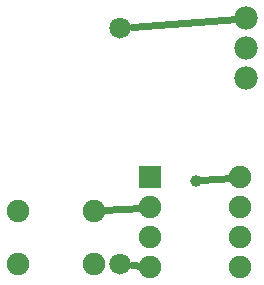
<source format=gbl>
G04 MADE WITH FRITZING*
G04 WWW.FRITZING.ORG*
G04 DOUBLE SIDED*
G04 HOLES PLATED*
G04 CONTOUR ON CENTER OF CONTOUR VECTOR*
%ASAXBY*%
%FSLAX23Y23*%
%MOIN*%
%OFA0B0*%
%SFA1.0B1.0*%
%ADD10C,0.071181*%
%ADD11C,0.075000*%
%ADD12C,0.078000*%
%ADD13C,0.039370*%
%ADD14R,0.075000X0.075000*%
%ADD15C,0.024000*%
%LNCOPPER0*%
G90*
G70*
G54D10*
X495Y95D03*
X495Y882D03*
X495Y95D03*
X495Y882D03*
X495Y95D03*
X495Y882D03*
G54D11*
X595Y384D03*
X895Y384D03*
X595Y284D03*
X895Y284D03*
X595Y184D03*
X895Y184D03*
X595Y84D03*
X895Y84D03*
G54D12*
X913Y914D03*
X913Y814D03*
X913Y714D03*
G54D13*
X746Y372D03*
G54D11*
X408Y93D03*
X152Y93D03*
X408Y271D03*
X152Y271D03*
G54D14*
X595Y384D03*
G54D15*
X532Y885D02*
X883Y912D01*
D02*
X867Y381D02*
X765Y373D01*
D02*
X567Y282D02*
X437Y273D01*
D02*
X567Y87D02*
X532Y91D01*
G04 End of Copper0*
M02*
</source>
